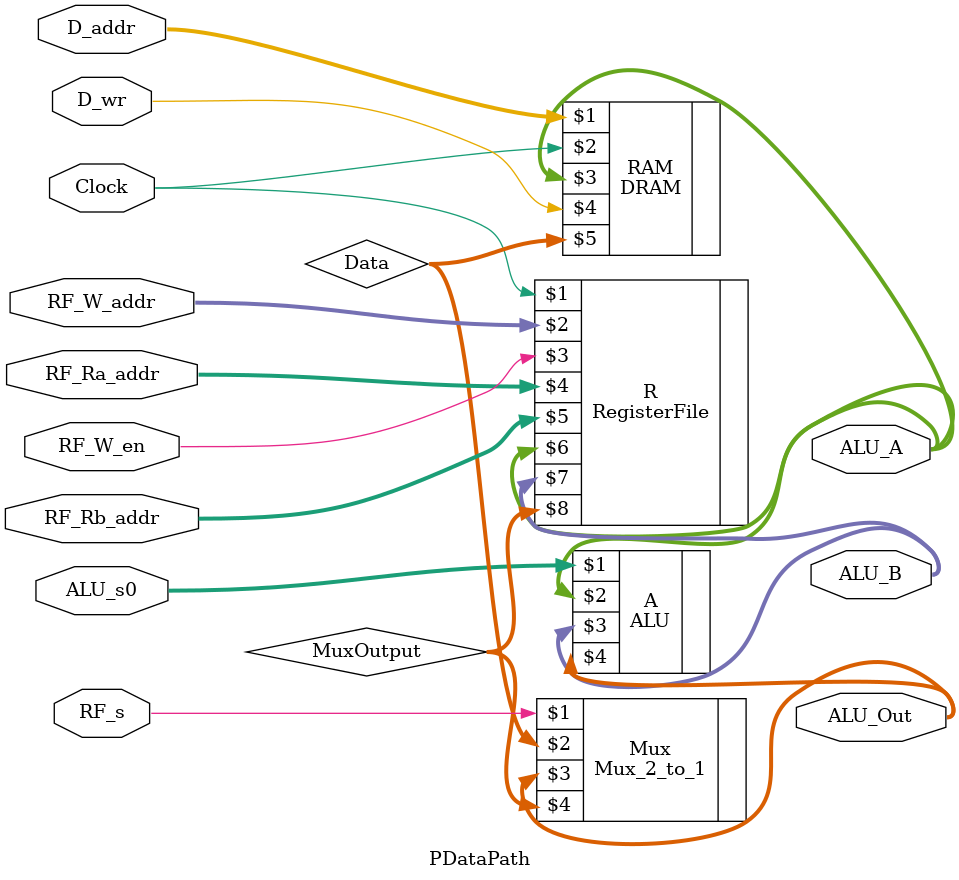
<source format=sv>
/***********************************************************/
/*                                                         */
/*  NAME: Ramses Peter Madakson                            */
/*                                                         */
/*  SUBJECT: DataPath                                      */
/*                                                         */
/***********************************************************/

module PDataPath (ALU_A, ALU_B, D_addr, Clock, ALU_s0, D_wr, RF_s, RF_W_addr, RF_W_en, RF_Ra_addr, RF_Rb_addr, ALU_Out);
	
	/** Inputs and Outputs **/
	input [7:0] D_addr;
	input Clock, D_wr;
	input RF_s;
	output [15:0] ALU_A, ALU_B;
	output [15:0] ALU_Out;
	input [2:0] ALU_s0;
	input [3:0] RF_Ra_addr, RF_Rb_addr;
	logic [15:0] Data;
	logic [15:0] MuxOutput;
	logic [15:0] wrData, DRam_Out;
	input RF_W_en;
	input [3:0] RF_W_addr;
	
	/** Data Memory Function call **/
	DRAM RAM (D_addr, Clock, ALU_A, D_wr, Data);
	
	/** ALU Function call **/
	ALU A (ALU_s0, ALU_A, ALU_B, ALU_Out);
	
	/** Mux 2 to 1 Function call **/
	Mux_2_to_1 Mux (RF_s, Data, ALU_Out, MuxOutput);
	
	/** Register File Function call **/
	RegisterFile R (Clock, RF_W_addr, RF_W_en, RF_Ra_addr, RF_Rb_addr, ALU_A, ALU_B, MuxOutput);
	
endmodule 
</source>
